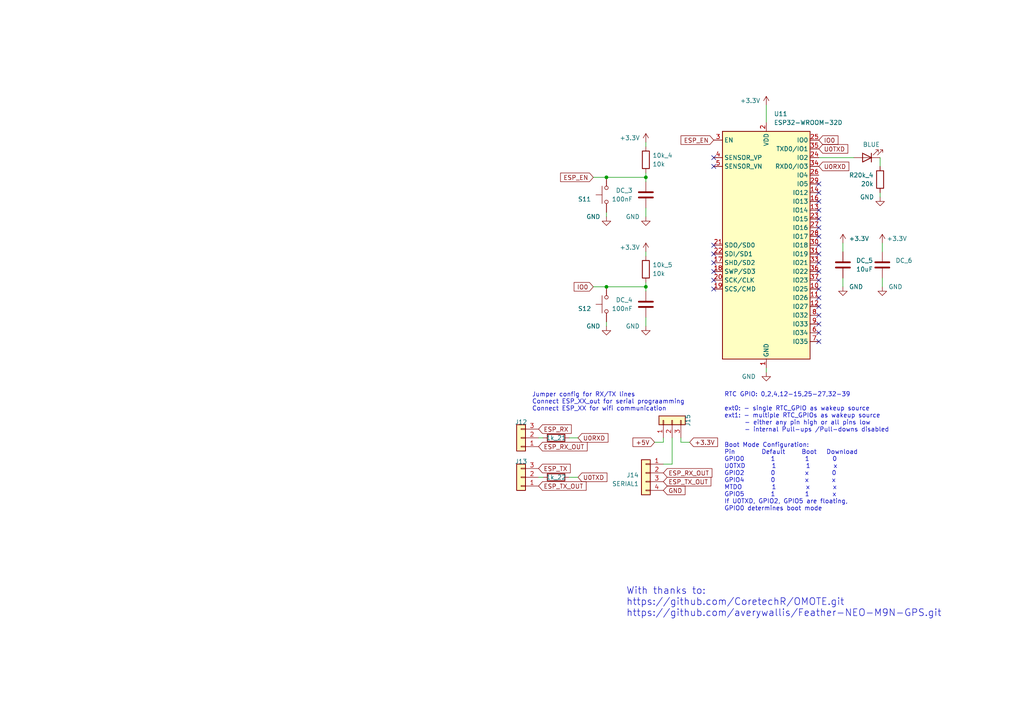
<source format=kicad_sch>
(kicad_sch (version 20231120) (generator "eeschema") (generator_version "8.0")
  (paper "A4")
  (lib_symbols
    (symbol "Connector_Generic:Conn_01x03" (pin_names (offset 1.016) hide)
      (property "Reference" "J" (at 0 5.08 0))
      (property "Value" "Conn_01x03" (at 0 -5.08 0))
      (symbol "Conn_01x03_1_1"
        (rectangle (start -1.27 -2.413) (end 0 -2.667) (stroke (width 0.1524)))
        (rectangle (start -1.27 0.127) (end 0 -0.127) (stroke (width 0.1524)))
        (rectangle (start -1.27 2.667) (end 0 2.413) (stroke (width 0.1524)))
        (rectangle (start -1.27 3.81) (end 1.27 -3.81) (stroke (width 0.254)) (fill (type background)))
        (pin passive line (at -5.08 2.54 0) (length 3.81) (name "Pin_1") (number "1"))
        (pin passive line (at -5.08 0 0) (length 3.81) (name "Pin_2") (number "2"))
        (pin passive line (at -5.08 -2.54 0) (length 3.81) (name "Pin_3") (number "3"))
      )
    )
    (symbol "Connector_Generic:Conn_01x04" (pin_names (offset 1.016) hide)
      (property "Reference" "J" (at 0 5.08 0))
      (property "Value" "Conn_01x04" (at 0 -7.62 0))
      (symbol "Conn_01x04_1_1"
        (rectangle (start -1.27 -4.953) (end 0 -5.207) (stroke (width 0.1524)))
        (rectangle (start -1.27 -2.413) (end 0 -2.667) (stroke (width 0.1524)))
        (rectangle (start -1.27 0.127) (end 0 -0.127) (stroke (width 0.1524)))
        (rectangle (start -1.27 2.667) (end 0 2.413) (stroke (width 0.1524)))
        (rectangle (start -1.27 3.81) (end 1.27 -6.35) (stroke (width 0.254)) (fill (type background)))
        (pin passive line (at -5.08 2.54 0) (length 3.81) (name "Pin_1") (number "1"))
        (pin passive line (at -5.08 0 0) (length 3.81) (name "Pin_2") (number "2"))
        (pin passive line (at -5.08 -2.54 0) (length 3.81) (name "Pin_3") (number "3"))
        (pin passive line (at -5.08 -5.08 0) (length 3.81) (name "Pin_4") (number "4"))
      )
    )
    (symbol "Device:C" (pin_numbers hide) (pin_names (offset 0.254))
      (property "Reference" "C" (at 0.635 2.54 0))
      (property "Value" "C" (at 0.635 -2.54 0))
      (symbol "C_0_1"
        (polyline (pts (xy -2.032 -0.762) (xy 2.032 -0.762)) (stroke (width 0.508)))
        (polyline (pts (xy -2.032 0.762) (xy 2.032 0.762)) (stroke (width 0.508)))
      )
      (symbol "C_1_1"
        (pin passive line (at 0 3.81 270) (length 2.794) (name "~") (number "1"))
        (pin passive line (at 0 -3.81 90) (length 2.794) (name "~") (number "2"))
      )
    )
    (symbol "Device:LED" (pin_numbers hide) (pin_names (offset 1.016) hide)
      (property "Reference" "D" (at 0 2.54 0))
      (property "Value" "LED" (at 0 -2.54 0))
      (symbol "LED_0_1"
        (polyline (pts (xy -1.27 -1.27) (xy -1.27 1.27)) (stroke (width 0.254)))
        (polyline (pts (xy -1.27 0) (xy 1.27 0)))
        (polyline (pts (xy 1.27 -1.27) (xy 1.27 1.27) (xy -1.27 0) (xy 1.27 -1.27)) (stroke (width 0.254)))
        (polyline (pts (xy -3.048 -0.762) (xy -4.572 -2.286) (xy -3.81 -2.286) (xy -4.572 -2.286) (xy -4.572 -1.524)))
        (polyline (pts (xy -1.778 -0.762) (xy -3.302 -2.286) (xy -2.54 -2.286) (xy -3.302 -2.286) (xy -3.302 -1.524)))
      )
      (symbol "LED_1_1"
        (pin passive line (at -3.81 0 0) (length 2.54) (name "K") (number "1"))
        (pin passive line (at 3.81 0 180) (length 2.54) (name "A") (number "2"))
      )
    )
    (symbol "Device:R" (pin_numbers hide) (pin_names (offset 0))
      (property "Reference" "R" (at 2.032 0 90))
      (property "Value" "R" (at 0 0 90))
      (symbol "R_0_1"
        (rectangle (start -1.016 -2.54) (end 1.016 2.54) (stroke (width 0.254)))
      )
      (symbol "R_1_1"
        (pin passive line (at 0 3.81 270) (length 1.27) (name "~") (number "1"))
        (pin passive line (at 0 -3.81 90) (length 1.27) (name "~") (number "2"))
      )
    )
    (symbol "RF_Module:ESP32-WROOM-32D"
      (property "Reference" "U" (at -12.7 34.29 0))
      (property "Value" "ESP32-WROOM-32D" (at 1.27 34.29 0))
      (symbol "ESP32-WROOM-32D_0_1"
        (rectangle (start -12.7 33.02) (end 12.7 -33.02) (stroke (width 0.254)) (fill (type background)))
      )
      (symbol "ESP32-WROOM-32D_1_1"
        (pin power_in line (at 0 -35.56 90) (length 2.54) (name "GND") (number "1"))
        (pin bidirectional line (at 15.24 -12.7 180) (length 2.54) (name "IO25") (number "10"))
        (pin bidirectional line (at 15.24 -15.24 180) (length 2.54) (name "IO26") (number "11"))
        (pin bidirectional line (at 15.24 -17.78 180) (length 2.54) (name "IO27") (number "12"))
        (pin bidirectional line (at 15.24 10.16 180) (length 2.54) (name "IO14") (number "13"))
        (pin bidirectional line (at 15.24 15.24 180) (length 2.54) (name "IO12") (number "14"))
        (pin passive line (at 0 -35.56 90) (length 2.54) hide (name "GND") (number "15"))
        (pin bidirectional line (at 15.24 12.7 180) (length 2.54) (name "IO13") (number "16"))
        (pin bidirectional line (at -15.24 -5.08 0) (length 2.54) (name "SHD/SD2") (number "17"))
        (pin bidirectional line (at -15.24 -7.62 0) (length 2.54) (name "SWP/SD3") (number "18"))
        (pin bidirectional line (at -15.24 -12.7 0) (length 2.54) (name "SCS/CMD") (number "19"))
        (pin power_in line (at 0 35.56 270) (length 2.54) (name "VDD") (number "2"))
        (pin bidirectional line (at -15.24 -10.16 0) (length 2.54) (name "SCK/CLK") (number "20"))
        (pin bidirectional line (at -15.24 0 0) (length 2.54) (name "SDO/SD0") (number "21"))
        (pin bidirectional line (at -15.24 -2.54 0) (length 2.54) (name "SDI/SD1") (number "22"))
        (pin bidirectional line (at 15.24 7.62 180) (length 2.54) (name "IO15") (number "23"))
        (pin bidirectional line (at 15.24 25.4 180) (length 2.54) (name "IO2") (number "24"))
        (pin bidirectional line (at 15.24 30.48 180) (length 2.54) (name "IO0") (number "25"))
        (pin bidirectional line (at 15.24 20.32 180) (length 2.54) (name "IO4") (number "26"))
        (pin bidirectional line (at 15.24 5.08 180) (length 2.54) (name "IO16") (number "27"))
        (pin bidirectional line (at 15.24 2.54 180) (length 2.54) (name "IO17") (number "28"))
        (pin bidirectional line (at 15.24 17.78 180) (length 2.54) (name "IO5") (number "29"))
        (pin input line (at -15.24 30.48 0) (length 2.54) (name "EN") (number "3"))
        (pin bidirectional line (at 15.24 0 180) (length 2.54) (name "IO18") (number "30"))
        (pin bidirectional line (at 15.24 -2.54 180) (length 2.54) (name "IO19") (number "31"))
        (pin no_connect line (at -12.7 -27.94 0) (length 2.54) hide (name "NC") (number "32"))
        (pin bidirectional line (at 15.24 -5.08 180) (length 2.54) (name "IO21") (number "33"))
        (pin bidirectional line (at 15.24 22.86 180) (length 2.54) (name "RXD0/IO3") (number "34"))
        (pin bidirectional line (at 15.24 27.94 180) (length 2.54) (name "TXD0/IO1") (number "35"))
        (pin bidirectional line (at 15.24 -7.62 180) (length 2.54) (name "IO22") (number "36"))
        (pin bidirectional line (at 15.24 -10.16 180) (length 2.54) (name "IO23") (number "37"))
        (pin passive line (at 0 -35.56 90) (length 2.54) hide (name "GND") (number "38"))
        (pin passive line (at 0 -35.56 90) (length 2.54) hide (name "GND") (number "39"))
        (pin input line (at -15.24 25.4 0) (length 2.54) (name "SENSOR_VP") (number "4"))
        (pin input line (at -15.24 22.86 0) (length 2.54) (name "SENSOR_VN") (number "5"))
        (pin input line (at 15.24 -25.4 180) (length 2.54) (name "IO34") (number "6"))
        (pin input line (at 15.24 -27.94 180) (length 2.54) (name "IO35") (number "7"))
        (pin bidirectional line (at 15.24 -20.32 180) (length 2.54) (name "IO32") (number "8"))
        (pin bidirectional line (at 15.24 -22.86 180) (length 2.54) (name "IO33") (number "9"))
      )
    )
    (symbol "SW_Push_11" (pin_numbers hide) (pin_names (offset 1.016) hide)
      (property "Reference" "SW" (at 1.27 2.54 0))
      (property "Value" "SW_Push_11" (at 0 -1.524 0))
      (symbol "SW_Push_11_0_1"
        (circle (center -2.032 0) (radius 0.508))
        (polyline (pts (xy 0 1.27) (xy 0 3.048)))
        (polyline (pts (xy 2.54 1.27) (xy -2.54 1.27)))
        (circle (center 2.032 0) (radius 0.508))
        (pin passive line (at -5.08 0 0) (length 2.54) (name "1") (number "1"))
        (pin passive line (at 5.08 0 180) (length 2.54) (name "2") (number "2"))
      )
    )
    (symbol "power:+3.3V" (power) (pin_names (offset 0))
      (property "Value" "+3.3V" (at 0 3.556 0))
      (symbol "+3.3V_0_1"
        (polyline (pts (xy -0.762 1.27) (xy 0 2.54)))
        (polyline (pts (xy 0 0) (xy 0 2.54)))
        (polyline (pts (xy 0 2.54) (xy 0.762 1.27)))
      )
      (symbol "+3.3V_1_1"
        (pin power_in line (at 0 0 90) (length 0) hide (name "+3.3V") (number "1"))
      )
    )
    (symbol "power:GND" (power) (pin_names (offset 0))
      (property "Value" "GND" (at 0 -3.81 0))
      (symbol "GND_0_1"
        (polyline (pts (xy 0 0) (xy 0 -1.27) (xy 1.27 -1.27) (xy 0 -2.54) (xy -1.27 -1.27) (xy 0 -1.27)))
      )
      (symbol "GND_1_1"
        (pin power_in line (at 0 0 270) (length 0) hide (name "GND") (number "1"))
      )
    )
  )
  (junction (at 175.895 83.185))
  (junction (at 187.325 51.435))
  (junction (at 187.325 83.185))
  (junction (at 175.895 51.435))
  (no_connect (at 237.49 60.96))
  (no_connect (at 237.49 55.88))
  (no_connect (at 207.01 83.82))
  (no_connect (at 237.49 88.9))
  (no_connect (at 207.01 81.28))
  (no_connect (at 207.01 71.12))
  (no_connect (at 237.49 78.74))
  (no_connect (at 237.49 93.98))
  (no_connect (at 237.49 86.36))
  (no_connect (at 237.49 71.12))
  (no_connect (at 207.01 76.2))
  (no_connect (at 207.01 45.72))
  (no_connect (at 237.49 53.34))
  (no_connect (at 237.49 76.2))
  (no_connect (at 237.49 66.04))
  (no_connect (at 237.49 83.82))
  (no_connect (at 237.49 99.06))
  (no_connect (at 237.49 96.52))
  (no_connect (at 237.49 58.42))
  (no_connect (at 207.01 78.74))
  (no_connect (at 207.01 73.66))
  (no_connect (at 237.49 81.28))
  (no_connect (at 237.49 68.58))
  (no_connect (at 237.49 63.5))
  (no_connect (at 237.49 91.44))
  (no_connect (at 207.01 48.26))
  (no_connect (at 237.49 73.66))
  (wire (pts (xy 187.325 81.915) (xy 187.325 83.185)))
  (wire (pts (xy 156.21 127) (xy 157.48 127)))
  (wire (pts (xy 187.325 51.435) (xy 187.325 52.705)))
  (wire (pts (xy 200.025 128.27) (xy 197.485 128.27)))
  (wire (pts (xy 172.085 83.185) (xy 175.895 83.185)))
  (wire (pts (xy 192.405 134.62) (xy 194.945 134.62)))
  (wire (pts (xy 175.895 83.185) (xy 187.325 83.185)))
  (wire (pts (xy 255.27 57.15) (xy 255.27 55.88)))
  (wire (pts (xy 175.895 94.615) (xy 175.895 93.345)))
  (wire (pts (xy 175.895 62.865) (xy 175.895 61.595)))
  (wire (pts (xy 192.405 128.27) (xy 192.405 127)))
  (wire (pts (xy 189.865 128.27) (xy 192.405 128.27)))
  (wire (pts (xy 187.325 83.185) (xy 187.325 84.455)))
  (wire (pts (xy 237.49 45.72) (xy 247.65 45.72)))
  (wire (pts (xy 222.25 30.48) (xy 222.25 35.56)))
  (wire (pts (xy 156.21 138.43) (xy 157.48 138.43)))
  (wire (pts (xy 244.475 80.645) (xy 244.475 83.185)))
  (wire (pts (xy 187.325 62.865) (xy 187.325 60.325)))
  (wire (pts (xy 187.325 73.025) (xy 187.325 74.295)))
  (wire (pts (xy 194.945 127) (xy 194.945 134.62)))
  (wire (pts (xy 165.1 138.43) (xy 167.64 138.43)))
  (wire (pts (xy 175.895 51.435) (xy 187.325 51.435)))
  (wire (pts (xy 255.27 45.72) (xy 255.27 48.26)))
  (wire (pts (xy 187.325 41.275) (xy 187.325 42.545)))
  (wire (pts (xy 187.325 50.165) (xy 187.325 51.435)))
  (wire (pts (xy 172.085 51.435) (xy 175.895 51.435)))
  (wire (pts (xy 187.325 94.615) (xy 187.325 92.075)))
  (wire (pts (xy 222.25 107.95) (xy 222.25 106.68)))
  (wire (pts (xy 255.905 73.025) (xy 255.905 70.485)))
  (wire (pts (xy 244.475 73.025) (xy 244.475 70.485)))
  (wire (pts (xy 197.485 128.27) (xy 197.485 127)))
  (wire (pts (xy 165.1 127) (xy 167.64 127)))
  (wire (pts (xy 255.905 80.645) (xy 255.905 83.185)))
  (text "Boot Mode Configuration:\nPin        Default     Boot   Download\nGPIO0        1         1       0\nU0TXD        1         1       x\nGPIO2        0         x       0\nGPIO4        0         x       x\nMTDO         1         x       x\nGPIO5        1         1       x\nIf U0TXD, GPIO2, GPIO5 are floating, \nGPIO0 determines boot mode" (at 210.058 148.336 0) (effects (font (size 1.27 1.27)) (justify left bottom)))
  (text "Jumper config for RX/TX lines \nConnect ESP_XX_out for serial prograamming\nConnect ESP_XX for wifi communication" (at 154.305 119.38 0) (effects (font (size 1.27 1.27)) (justify left bottom)))
  (text "With thanks to:\nhttps://github.com/CoretechR/OMOTE.git\nhttps://github.com/averywallis/Feather-NEO-M9N-GPS.git" (at 181.61 179.07 0) (effects (font (size 2 2)) (justify left bottom)))
  (text "RTC GPIO: 0,2,4,12-15,25-27,32-39\n\next0: - single RTC_GPIO as wakeup source\next1: - multiple RTC_GPIOs as wakeup source\n      - either any pin high or all pins low\n      - internal Pull-ups /Pull-downs disabled\n" (at 210.058 125.476 0) (effects (font (size 1.27 1.27)) (justify left bottom)))
  (global_label "U0TXD" (shape input) (at 167.64 138.43 0) (property "Intersheetrefs" "${INTERSHEET_REFS}" (effects (hide yes))))
  (global_label "ESP_TX_OUT" (shape input) (at 156.21 140.97 0) (property "Intersheetrefs" "${INTERSHEET_REFS}" (effects (hide yes))))
  (global_label "ESP_RX" (shape input) (at 156.21 124.46 0) (property "Intersheetrefs" "${INTERSHEET_REFS}" (effects (hide yes))))
  (global_label "ESP_EN" (shape input) (at 172.085 51.435 180) (property "Intersheetrefs" "${INTERSHEET_REFS}" (effects (hide yes))))
  (global_label "ESP_RX_OUT" (shape input) (at 156.21 129.54 0) (property "Intersheetrefs" "${INTERSHEET_REFS}" (effects (hide yes))))
  (global_label "+5V" (shape input) (at 189.865 128.27 180) (property "Intersheetrefs" "${INTERSHEET_REFS}" (effects (hide yes))))
  (global_label "ESP_RX_OUT" (shape input) (at 192.405 137.16 0) (property "Intersheetrefs" "${INTERSHEET_REFS}" (effects (hide yes))))
  (global_label "ESP_TX_OUT" (shape input) (at 192.405 139.7 0) (property "Intersheetrefs" "${INTERSHEET_REFS}" (effects (hide yes))))
  (global_label "U0RXD" (shape input) (at 237.49 48.26 0) (property "Intersheetrefs" "${INTERSHEET_REFS}" (effects (hide yes))))
  (global_label "U0TXD" (shape input) (at 237.49 43.18 0) (property "Intersheetrefs" "${INTERSHEET_REFS}" (effects (hide yes))))
  (global_label "U0RXD" (shape input) (at 167.64 127 0) (property "Intersheetrefs" "${INTERSHEET_REFS}" (effects (hide yes))))
  (global_label "IO0" (shape input) (at 237.49 40.64 0) (property "Intersheetrefs" "${INTERSHEET_REFS}" (effects (hide yes))))
  (global_label "ESP_EN" (shape input) (at 207.01 40.64 180) (property "Intersheetrefs" "${INTERSHEET_REFS}" (effects (hide yes))))
  (global_label "GND" (shape input) (at 192.405 142.24 0) (property "Intersheetrefs" "${INTERSHEET_REFS}" (effects (hide yes))))
  (global_label "+3.3V" (shape input) (at 200.025 128.27 0) (property "Intersheetrefs" "${INTERSHEET_REFS}" (effects (hide yes))))
  (global_label "ESP_TX" (shape input) (at 156.21 135.89 0) (property "Intersheetrefs" "${INTERSHEET_REFS}" (effects (hide yes))))
  (global_label "IO0" (shape input) (at 172.085 83.185 180) (property "Intersheetrefs" "${INTERSHEET_REFS}" (effects (hide yes))))
  (symbol (lib_id "Device:R") (at 161.29 127 270) (unit 1)
    (property "Reference" "1k_21" (at 161.29 127 90))
    (property "Value" "1k" (effects (hide yes)))
    (property "Footprint" "Resistor_SMD:R_0603_1608Metric" (effects (hide yes)))
    (property "LCSC" "C25804" (effects (hide yes)))
  )
  (symbol (lib_id "Device:R") (at 187.325 78.105 180) (unit 1)
    (property "Reference" "10k_5" (at 189.23 76.8349 0) (effects (justify right)))
    (property "Value" "10k" (at 189.23 79.3749 0) (effects (justify right)))
    (property "Footprint" "Resistor_SMD:R_0603_1608Metric" (effects (hide yes)))
    (property "LCSC" "C25804" (effects (hide yes)))
  )
  (symbol (lib_id "power:GND") (at 255.27 57.15 0) (unit 1)
    (property "Reference" "#PWR023" (effects (hide yes)))
    (property "Value" "GND" (at 251.46 57.15 0))
  )
  (symbol (lib_id "power:+3.3V") (at 222.25 30.48 0) (unit 1)
    (property "Reference" "#PWR019" (effects (hide yes)))
    (property "Value" "+3.3V" (at 214.63 29.21 0) (effects (justify left)))
  )
  (symbol (lib_id "power:+3.3V") (at 187.325 73.025 0) (unit 1)
    (property "Reference" "#PWR017" (effects (hide yes)))
    (property "Value" "+3.3V" (at 179.705 71.755 0) (effects (justify left)))
  )
  (symbol (lib_id "power:GND") (at 175.895 62.865 0) (unit 1)
    (property "Reference" "#PWR013" (effects (hide yes)))
    (property "Value" "GND" (at 172.085 62.865 0))
  )
  (symbol (lib_id "Device:R") (at 161.29 138.43 270) (unit 1)
    (property "Reference" "1k_22" (at 161.29 138.43 90))
    (property "Value" "1k" (effects (hide yes)))
    (property "Footprint" "Resistor_SMD:R_0603_1608Metric" (effects (hide yes)))
    (property "LCSC" "C25804" (effects (hide yes)))
  )
  (symbol (lib_id "Connector_Generic:Conn_01x03") (at 194.945 121.92 90) (unit 1) (in_bom no)
    (property "Reference" "J15" (at 199.517 121.92 0))
    (property "Value" "Conn_01x03" (effects (hide yes)))
    (property "Footprint" "Connector_PinHeader_2.54mm:PinHeader_1x03_P2.54mm_Vertical" (effects (hide yes)))
  )
  (symbol (lib_id "power:+3.3V") (at 255.905 70.485 0) (unit 1)
    (property "Reference" "#PWR024" (effects (hide yes)))
    (property "Value" "+3.3V" (at 257.175 69.215 0) (effects (justify left)))
  )
  (symbol (lib_id "power:GND") (at 175.895 94.615 0) (unit 1)
    (property "Reference" "#PWR014" (effects (hide yes)))
    (property "Value" "GND" (at 172.085 94.615 0))
  )
  (symbol (lib_id "power:GND") (at 187.325 62.865 0) (unit 1)
    (property "Reference" "#PWR016" (effects (hide yes)))
    (property "Value" "GND" (at 183.515 62.865 0))
  )
  (symbol (lib_id "Device:C") (at 187.325 88.265 0) (mirror x) (unit 1)
    (property "Reference" "DC_4" (at 183.515 86.9949 0) (effects (justify right)))
    (property "Value" "100nF" (at 183.515 89.5349 0) (effects (justify right)))
    (property "Footprint" "Capacitor_SMD:C_0603_1608Metric" (effects (hide yes)))
    (property "LCSC" "C14663" (effects (hide yes)))
  )
  (symbol (lib_name "SW_Push_11") (lib_id "Switch:SW_Push") (at 175.895 56.515 90) (unit 1)
    (property "Reference" "S11" (at 169.545 57.785 90))
    (property "Value" "TL3342F160QG" (effects (hide yes)))
    (property "Footprint" "Button_Switch_SMD:SW_Push_SPST_NO_Alps_SKRK" (effects (hide yes)))
    (property "MANUFACTURER" "E SWITCH" (effects (hide yes)))
    (property "LCSC" "C318884" (effects (hide yes)))
  )
  (symbol (lib_id "RF_Module:ESP32-WROOM-32D") (at 222.25 71.12 0) (unit 1)
    (property "Reference" "U11" (at 224.4441 33.02 0) (effects (justify left)))
    (property "Value" "ESP32-WROOM-32D" (at 224.4441 35.56 0) (effects (justify left)))
    (property "Footprint" "RF_Module:ESP32-WROOM-32D" (effects (hide yes)))
    (property "Datasheet" "https://www.espressif.com/sites/default/files/documentation/esp32-wroom-32d_esp32-wroom-32u_datasheet_en.pdf" (effects (hide yes)))
    (property "LCSC" "C529578" (effects (hide yes)))
  )
  (symbol (lib_id "Connector_Generic:Conn_01x03") (at 151.13 127 180) (unit 1) (in_bom no)
    (property "Reference" "J12" (at 151.13 122.428 0))
    (property "Value" "Conn_01x03" (effects (hide yes)))
    (property "Footprint" "Connector_PinHeader_2.54mm:PinHeader_1x03_P2.54mm_Vertical" (effects (hide yes)))
  )
  (symbol (lib_id "Device:LED") (at 251.46 45.72 180) (unit 1)
    (property "Reference" "D_BLU2" (effects (hide yes)))
    (property "Value" "BLUE" (at 252.73 41.91 0))
    (property "Footprint" "LED_SMD:LED_0603_1608Metric" (effects (hide yes)))
    (property "LCSC" "C72041" (effects (hide yes)))
  )
  (symbol (lib_id "power:+3.3V") (at 187.325 41.275 0) (unit 1)
    (property "Reference" "#PWR015" (effects (hide yes)))
    (property "Value" "+3.3V" (at 179.705 40.005 0) (effects (justify left)))
  )
  (symbol (lib_id "Device:R") (at 187.325 46.355 180) (unit 1)
    (property "Reference" "10k_4" (at 189.23 45.0849 0) (effects (justify right)))
    (property "Value" "10k" (at 189.23 47.6249 0) (effects (justify right)))
    (property "Footprint" "Resistor_SMD:R_0603_1608Metric" (effects (hide yes)))
    (property "LCSC" "C25804" (effects (hide yes)))
  )
  (symbol (lib_id "power:+3.3V") (at 244.475 70.485 0) (mirror y) (unit 1)
    (property "Reference" "#PWR021" (effects (hide yes)))
    (property "Value" "+3.3V" (at 252.095 69.215 0) (effects (justify left)))
  )
  (symbol (lib_id "Device:C") (at 187.325 56.515 0) (mirror x) (unit 1)
    (property "Reference" "DC_3" (at 183.515 55.2449 0) (effects (justify right)))
    (property "Value" "100nF" (at 183.515 57.7849 0) (effects (justify right)))
    (property "Footprint" "Capacitor_SMD:C_0603_1608Metric" (effects (hide yes)))
    (property "LCSC" "C14663" (effects (hide yes)))
  )
  (symbol (lib_id "power:GND") (at 222.25 107.95 0) (unit 1)
    (property "Reference" "#PWR020" (effects (hide yes)))
    (property "Value" "GND" (at 217.17 109.22 0))
  )
  (symbol (lib_id "power:GND") (at 244.475 83.185 0) (mirror y) (unit 1)
    (property "Reference" "#PWR022" (effects (hide yes)))
    (property "Value" "GND" (at 248.285 83.185 0))
  )
  (symbol (lib_id "Connector_Generic:Conn_01x04") (at 187.325 137.16 0) (mirror y) (unit 1) (in_bom no)
    (property "Reference" "J14" (at 185.293 137.795 0) (effects (justify left)))
    (property "Value" "SERIAL1" (at 185.293 140.335 0) (effects (justify left)))
    (property "Footprint" "Connector_PinHeader_2.54mm:PinHeader_1x04_P2.54mm_Vertical" (effects (hide yes)))
  )
  (symbol (lib_id "Device:C") (at 244.475 76.835 180) (unit 1)
    (property "Reference" "DC_5" (at 248.285 75.5649 0) (effects (justify right)))
    (property "Value" "10uF" (at 248.285 78.1049 0) (effects (justify right)))
    (property "Footprint" "Capacitor_SMD:C_0805_2012Metric" (effects (hide yes)))
    (property "LCSC" "C15850" (effects (hide yes)))
  )
  (symbol (lib_id "power:GND") (at 187.325 94.615 0) (unit 1)
    (property "Reference" "#PWR018" (effects (hide yes)))
    (property "Value" "GND" (at 183.515 94.615 0))
  )
  (symbol (lib_id "Connector_Generic:Conn_01x03") (at 151.13 138.43 180) (unit 1) (in_bom no)
    (property "Reference" "J13" (at 151.13 133.858 0))
    (property "Value" "Conn_01x03" (effects (hide yes)))
    (property "Footprint" "Connector_PinHeader_2.54mm:PinHeader_1x03_P2.54mm_Vertical" (effects (hide yes)))
  )
  (symbol (lib_id "Device:C") (at 255.905 76.835 0) (unit 1)
    (property "Reference" "DC_6" (at 259.715 75.5649 0) (effects (justify left)))
    (property "Value" "100nF" (effects (hide yes)))
    (property "Footprint" "Capacitor_SMD:C_0603_1608Metric" (effects (hide yes)))
    (property "LCSC" "C14663" (effects (hide yes)))
  )
  (symbol (lib_id "Device:R") (at 255.27 52.07 0) (mirror x) (unit 1)
    (property "Reference" "R20k_4" (at 253.365 50.7999 0) (effects (justify right)))
    (property "Value" "20k" (at 253.365 53.3399 0) (effects (justify right)))
    (property "Footprint" "Resistor_SMD:R_0603_1608Metric" (effects (hide yes)))
    (property "LCSC" "C4184" (effects (hide yes)))
  )
  (symbol (lib_name "SW_Push_11") (lib_id "Switch:SW_Push") (at 175.895 88.265 90) (unit 1)
    (property "Reference" "S12" (at 169.545 89.535 90))
    (property "Value" "TL3342F160QG" (effects (hide yes)))
    (property "Footprint" "Button_Switch_SMD:SW_Push_SPST_NO_Alps_SKRK" (effects (hide yes)))
    (property "MANUFACTURER" "E SWITCH" (effects (hide yes)))
    (property "LCSC" "C318884" (effects (hide yes)))
  )
  (symbol (lib_id "power:GND") (at 255.905 83.185 0) (unit 1)
    (property "Reference" "#PWR025" (effects (hide yes)))
    (property "Value" "GND" (at 259.715 83.185 0))
  )
)
</source>
